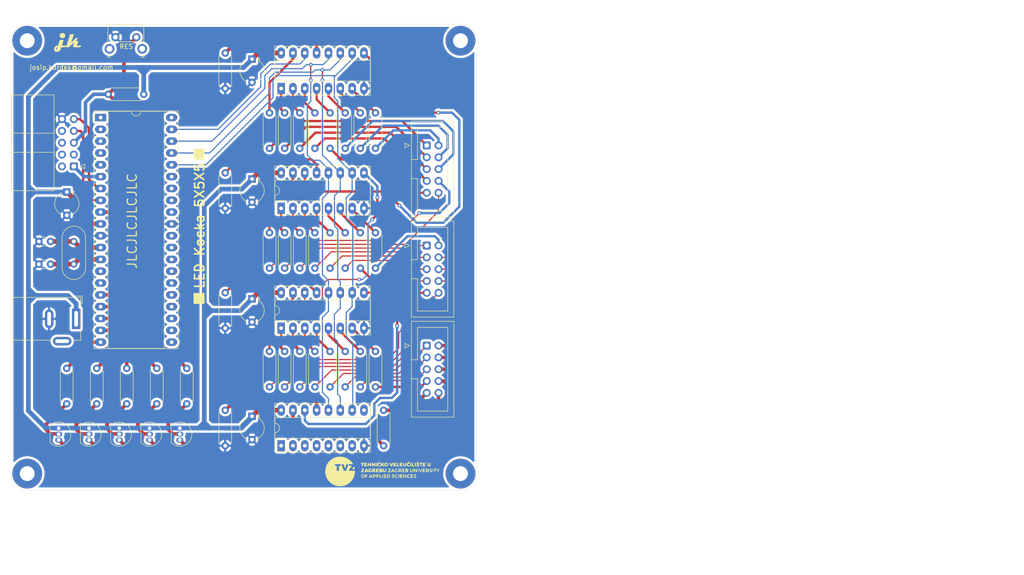
<source format=kicad_pcb>
(kicad_pcb (version 20211014) (generator pcbnew)
  (layers (0 "F.Cu" signal) (31 "B.Cu" signal) (34 "B.Paste" user) (35 "F.Paste" user) (36 "B.SilkS" user "B.Silkscreen") (37 "F.SilkS" user "F.Silkscreen") (38 "B.Mask" user) (39 "F.Mask" user) (44 "Edge.Cuts" user))
  (net 0 "")
  (net 1 "GND")
  (net 2 "Net-(C1-Pad1)")
  (net 3 "Net-(C2-Pad1)")
  (net 4 "+5V")
  (net 5 "MOSI")
  (net 6 "Net-(J2-Pad3)")
  (net 7 "RESET")
  (net 8 "SCK")
  (net 9 "MISO")
  (net 10 "Net-(J2-Pad2)")
  (net 11 "Net-(J2-Pad4)")
  (net 12 "Net-(J2-Pad6)")
  (net 13 "Net-(J2-Pad8)")
  (net 14 "Net-(J3-Pad1)")
  (net 15 "Net-(J4-Pad1)")
  (net 16 "Net-(J5-Pad1)")
  (net 17 "Net-(Q1-Pad2)")
  (net 18 "Net-(Q2-Pad2)")
  (net 19 "Net-(Q3-Pad2)")
  (net 20 "Net-(Q4-Pad2)")
  (net 21 "Net-(Q5-Pad2)")
  (net 22 "Net-(R4-Pad1)")
  (net 23 "LAYER1")
  (net 24 "LAYER2")
  (net 25 "LAYER3")
  (net 26 "LAYER4")
  (net 27 "LAYER5")
  (net 28 "QA1")
  (net 29 "QB1")
  (net 30 "QC1")
  (net 31 "QD1")
  (net 32 "QE1")
  (net 33 "QF1")
  (net 34 "QG1")
  (net 35 "QH1")
  (net 36 "Net-(R24-Pad1)")
  (net 37 "QA2")
  (net 38 "QB2")
  (net 39 "QC2")
  (net 40 "QD2")
  (net 41 "QE2")
  (net 42 "QF2")
  (net 43 "QG2")
  (net 44 "QH2")
  (net 45 "Net-(R34-Pad1)")
  (net 46 "QA3")
  (net 47 "QB3")
  (net 48 "QC3")
  (net 49 "QD3")
  (net 50 "QE3")
  (net 51 "QF3")
  (net 52 "QG3")
  (net 53 "QH3")
  (net 54 "QA4")
  (net 55 "Net-(R45-Pad1)")
  (net 56 "Net-(U1-Pad1)")
  (net 57 "Net-(U1-Pad2)")
  (net 58 "Net-(U1-Pad22)")
  (net 59 "Net-(U1-Pad3)")
  (net 60 "Net-(U1-Pad23)")
  (net 61 "Net-(U1-Pad4)")
  (net 62 "Net-(U1-Pad24)")
  (net 63 "Net-(U1-Pad5)")
  (net 64 "Net-(U1-Pad25)")
  (net 65 "Net-(U1-Pad26)")
  (net 66 "Net-(U1-Pad27)")
  (net 67 "Net-(U1-Pad28)")
  (net 68 "Net-(U1-Pad29)")
  (net 69 "Net-(U1-Pad30)")
  (net 70 "Net-(U1-Pad32)")
  (net 71 "Net-(U1-Pad33)")
  (net 72 "DATA")
  (net 73 "Net-(U1-Pad34)")
  (net 74 "CLOCK")
  (net 75 "Net-(U1-Pad35)")
  (net 76 "LATCH")
  (net 77 "Net-(U2-Pad9)")
  (net 78 "Net-(U3-Pad9)")
  (net 79 "Net-(U4-Pad9)")
  (net 80 "Net-(U5-Pad1)")
  (net 81 "Net-(U5-Pad9)")
  (net 82 "Net-(U5-Pad2)")
  (net 83 "Net-(U5-Pad3)")
  (net 84 "Net-(U5-Pad4)")
  (net 85 "Net-(U5-Pad5)")
  (net 86 "Net-(U5-Pad6)")
  (net 87 "Net-(U5-Pad7)")
  (net 88 "Net-(U1-Pad21)")
  (net 89 "CLEAR")
  (net 90 "Net-(U1-Pad40)")
  (net 91 "Net-(U1-Pad14)")
  (net 92 "Net-(U1-Pad15)")
  (net 93 "Net-(J3-Pad3)")
  (net 94 "Net-(J3-Pad5)")
  (net 95 "Net-(J3-Pad7)")
  (net 96 "Net-(J3-Pad9)")
  (net 97 "Net-(J3-Pad2)")
  (net 98 "Net-(J3-Pad4)")
  (net 99 "Net-(J3-Pad6)")
  (net 100 "Net-(J3-Pad8)")
  (net 101 "Net-(J3-Pad10)")
  (net 102 "Net-(J4-Pad10)")
  (net 103 "Net-(J4-Pad8)")
  (net 104 "Net-(J4-Pad6)")
  (net 105 "Net-(J4-Pad4)")
  (net 106 "Net-(J4-Pad2)")
  (net 107 "Net-(J4-Pad9)")
  (net 108 "Net-(J4-Pad7)")
  (net 109 "Net-(J4-Pad5)")
  (net 110 "Net-(J4-Pad3)")
  (net 111 "Net-(J5-Pad3)")
  (net 112 "Net-(J5-Pad5)")
  (net 113 "Net-(J5-Pad7)")
  (net 114 "Net-(J5-Pad9)")
  (net 115 "L1")
  (net 116 "L2")
  (net 117 "L3")
  (net 118 "L4")
  (net 119 "L5")
  (footprint "Capacitor_THT:C_Disc_D3.0mm_W1.6mm_P2.50mm" (layer "F.Cu") (at 110.5 105.5 180)
    (fp_text reference "C1" hide)
    (fp_text value "22p")
  )
  (footprint "Capacitor_THT:CP_Radial_Tantal_D5.0mm_P5.00mm" (layer "F.Cu") (at 114 90 -90)
    (fp_text reference "C3" hide)
    (fp_text value "100n")
  )
  (footprint "MountingHole:MountingHole_3.2mm_M3_Pad" (layer "F.Cu") (at 105.5 57.5)
    (fp_text reference "H1" hide)
    (fp_text value "MountingHole" hide)
  )
  (footprint "MountingHole:MountingHole_3.2mm_M3_Pad" (layer "F.Cu") (at 105.5 150.5)
    (fp_text reference "H4" hide)
    (fp_text value "MountingHole")
  )
  (footprint "Connector_BarrelJack:BarrelJack_Wuerth_6941xx301002" (layer "F.Cu") (at 116 117.25 -90)
    (fp_text reference "J1" hide)
    (fp_text value "Barrel_Jack_MountingPin")
  )
  (footprint "Resistor_THT:R_Axial_DIN0207_L6.3mm_D2.5mm_P7.62mm_Horizontal" (layer "F.Cu") (at 130.5 69 180)
    (fp_text reference "R1" hide)
    (fp_text value "10k")
  )
  (footprint "Crystal:Crystal_HC49-4H_Vertical" (layer "F.Cu") (at 115.5 105.5 90)
    (fp_text reference "Y1" hide)
    (fp_text value "16MHz")
  )
  (footprint "Package_DIP:DIP-40_W15.24mm_Socket_LongPads" (layer "F.Cu") (at 121.25 74)
    (fp_text reference "U1" hide)
    (fp_text value "ATmega16-16PU")
  )
  (footprint "Resistor_THT:R_Axial_DIN0207_L6.3mm_D2.5mm_P7.62mm_Horizontal" (layer "F.Cu") (at 126.86111 135.5 90)
    (fp_text reference "R7" hide)
    (fp_text value "120")
  )
  (footprint "Resistor_THT:R_Axial_DIN0207_L6.3mm_D2.5mm_P7.62mm_Horizontal" (layer "F.Cu") (at 113.972222 135.5 90)
    (fp_text reference "R5" hide)
    (fp_text value "120")
  )
  (footprint "Resistor_THT:R_Axial_DIN0207_L6.3mm_D2.5mm_P7.62mm_Horizontal" (layer "F.Cu") (at 139.75 135.5 90)
    (fp_text reference "R9" hide)
    (fp_text value "120")
  )
  (footprint "Resistor_THT:R_Axial_DIN0207_L6.3mm_D2.5mm_P7.62mm_Horizontal" (layer "F.Cu") (at 133.305554 135.5 90)
    (fp_text reference "R8" hide)
    (fp_text value "120")
  )
  (footprint "Resistor_THT:R_Axial_DIN0207_L6.3mm_D2.5mm_P7.62mm_Horizontal" (layer "F.Cu") (at 120.416666 135.5 90)
    (fp_text reference "R6" hide)
    (fp_text value "120")
  )
  (footprint "Connector_IDC:IDC-Header_2x05_P2.54mm_Horizontal" (layer "F.Cu") (at 115.5 84.5 180)
    (fp_text reference "J2" hide)
    (fp_text value "USBASP")
  )
  (footprint "Capacitor_THT:C_Disc_D3.0mm_W1.6mm_P2.50mm" (layer "F.Cu") (at 110.5 100.62 180)
    (fp_text reference "C2" hide)
    (fp_text value "22p")
  )
  (footprint "Button_Switch_THT:SW_Tactile_SPST_Angled_PTS645Vx39-2LFS" (layer "F.Cu") (at 124.415 56.75)
    (fp_text reference "SW1" hide)
    (fp_text value "RESET")
  )
  (footprint "Resistor_THT:R_Axial_DIN0207_L6.3mm_D2.5mm_P7.62mm_Horizontal" (layer "F.Cu") (at 148 60.14 -90)
    (fp_text reference "R4" hide)
    (fp_text value "10k")
  )
  (footprint "Resistor_THT:R_Axial_DIN0207_L6.3mm_D2.5mm_P7.62mm_Horizontal" (layer "F.Cu") (at 157.5 73 -90)
    (fp_text reference "R16" hide)
    (fp_text value "680")
  )
  (footprint "MountingHole:MountingHole_3.2mm_M3_Pad" (layer "F.Cu") (at 198.5 150.5)
    (fp_text reference "H3" hide)
    (fp_text value "MountingHole")
  )
  (footprint "MountingHole:MountingHole_3.2mm_M3_Pad" (layer "F.Cu") (at 198.5 57.5)
    (fp_text reference "H2" hide)
    (fp_text value "MountingHole")
  )
  (footprint "Capacitor_THT:CP_Radial_Tantal_D5.0mm_P5.00mm" (layer "F.Cu") (at 153.75 138.2 -90)
    (fp_text reference "C7" hide)
    (fp_text value "100n")
  )
  (footprint "Capacitor_THT:CP_Radial_Tantal_D5.0mm_P5.00mm" (layer "F.Cu") (at 153.75 112.95 -90)
    (fp_text reference "C6" hide)
    (fp_text value "100n")
  )
  (footprint "Capacitor_THT:CP_Radial_Tantal_D5.0mm_P5.00mm" (layer "F.Cu") (at 153.75 87.2 -90)
    (fp_text reference "C5" hide)
    (fp_text value "100n")
  )
  (footprint "Capacitor_THT:CP_Radial_Tantal_D5.0mm_P5.00mm" (layer "F.Cu") (at 153.75 61.45 -90)
    (fp_text reference "C4" hide)
    (fp_text value "100n")
  )
  (footprint "Connector_IDC:IDC-Header_2x05_P2.54mm_Vertical" (layer "F.Cu") (at 191.25 101.5)
    (fp_text reference "J4" hide)
    (fp_text value "CON2")
  )
  (footprint "Package_DIP:DIP-16_W7.62mm_Socket_LongPads" (layer "F.Cu") (at 160 144.5 90)
    (fp_text reference "U5" hide)
    (fp_text value "74HC595")
  )
  (footprint "Package_DIP:DIP-16_W7.62mm_Socket_LongPads" (layer "F.Cu") (at 160 93.5 90)
    (fp_text reference "U3" hide)
    (fp_text value "74HC595")
  )
  (footprint "Package_DIP:DIP-16_W7.62mm_Socket_LongPads" (layer "F.Cu") (at 160 67.75 90)
    (fp_text reference "U2" hide)
    (fp_text value "74HC595")
  )
  (footprint "Resistor_THT:R_Axial_DIN0207_L6.3mm_D2.5mm_P7.62mm_Horizontal" (layer "F.Cu") (at 148 136.89 -90)
    (fp_text reference "R45" hide)
    (fp_text value "10k")
  )
  (footprint "Resistor_THT:R_Axial_DIN0207_L6.3mm_D2.5mm_P7.62mm_Horizontal" (layer "F.Cu") (at 170.5 124.25 -90)
    (fp_text reference "R39" hide)
    (fp_text value "680")
  )
  (footprint "Resistor_THT:R_Axial_DIN0207_L6.3mm_D2.5mm_P7.62mm_Horizontal" (layer "F.Cu") (at 167.25 124.25 -90)
    (fp_text reference "R38" hide)
    (fp_text value "680")
  )
  (footprint "Resistor_THT:R_Axial_DIN0207_L6.3mm_D2.5mm_P7.62mm_Horizontal" (layer "F.Cu") (at 164 124.25 -90)
    (fp_text reference "R37" hide)
    (fp_text value "680")
  )
  (footprint "Resistor_THT:R_Axial_DIN0207_L6.3mm_D2.5mm_P7.62mm_Horizontal" (layer "F.Cu") (at 160.75 73 -90)
    (fp_text reference "R17" hide)
    (fp_text value "680")
  )
  (footprint "Resistor_THT:R_Axial_DIN0207_L6.3mm_D2.5mm_P7.62mm_Horizontal" (layer "F.Cu") (at 180.25 98.75 -90)
    (fp_text reference "R32" hide)
    (fp_text value "680")
  )
  (footprint "Resistor_THT:R_Axial_DIN0207_L6.3mm_D2.5mm_P7.62mm_Horizontal" (layer "F.Cu") (at 170.5 98.75 -90)
    (fp_text reference "R29" hide)
    (fp_text value "680")
  )
  (footprint "Resistor_THT:R_Axial_DIN0207_L6.3mm_D2.5mm_P7.62mm_Horizontal" (layer "F.Cu") (at 157.5 98.75 -90)
    (fp_text reference "R25" hide)
    (fp_text value "680")
  )
  (footprint "Resistor_THT:R_Axial_DIN0207_L6.3mm_D2.5mm_P7.62mm_Horizontal" (layer "F.Cu") (at 164 73 -90)
    (fp_text reference "R18" hide)
    (fp_text value "680")
  )
  (footprint "Resistor_THT:R_Axial_DIN0207_L6.3mm_D2.5mm_P7.62mm_Horizontal" (layer "F.Cu") (at 167.25 98.75 -90)
    (fp_text reference "R28" hide)
    (fp_text value "680")
  )
  (footprint "Resistor_THT:R_Axial_DIN0207_L6.3mm_D2.5mm_P7.62mm_Horizontal" (layer "F.Cu") (at 148 85.89 -90)
    (fp_text reference "R24" hide)
    (fp_text value "10k")
  )
  (footprint "Resistor_THT:R_Axial_DIN0207_L6.3mm_D2.5mm_P7.62mm_Horizontal" (layer "F.Cu") (at 164 98.75 -90)
    (fp_text reference "R27" hide)
    (fp_text value "680")
  )
  (footprint "Resistor_THT:R_Axial_DIN0207_L6.3mm_D2.5mm_P7.62mm_Horizontal" (layer "F.Cu") (at 173.75 124.25 -90)
    (fp_text reference "R40" hide)
    (fp_text value "680")
  )
  (footprint "Resistor_THT:R_Axial_DIN0207_L6.3mm_D2.5mm_P7.62mm_Horizontal" (layer "F.Cu") (at 160.75 124.25 -90)
    (fp_text reference "R36" hide)
    (fp_text value "680")
  )
  (footprint "Resistor_THT:R_Axial_DIN0207_L6.3mm_D2.5mm_P7.62mm_Horizontal" (layer "F.Cu") (at 173.75 98.75 -90)
    (fp_text reference "R30" hide)
    (fp_text value "680")
  )
  (footprint "Resistor_THT:R_Axial_DIN0207_L6.3mm_D2.5mm_P7.62mm_Horizontal" (layer "F.Cu") (at 170.5 73 -90)
    (fp_text reference "R20" hide)
    (fp_text value "680")
  )
  (footprint "Resistor_THT:R_Axial_DIN0207_L6.3mm_D2.5mm_P7.62mm_Horizontal" (layer "F.Cu") (at 160.75 98.75 -90)
    (fp_text reference "R26" hide)
    (fp_text value "680")
  )
  (footprint "Connector_IDC:IDC-Header_2x05_P2.54mm_Vertical" (layer "F.Cu") (at 191.25 123)
    (fp_text reference "J5" hide)
    (fp_text value "CON3")
  )
  (footprint "Resistor_THT:R_Axial_DIN0207_L6.3mm_D2.5mm_P7.62mm_Horizontal" (layer "F.Cu") (at 173.75 73 -90)
    (fp_text reference "R21" hide)
    (fp_text value "680")
  )
  (footprint "Resistor_THT:R_Axial_DIN0207_L6.3mm_D2.5mm_P7.62mm_Horizontal" (layer "F.Cu") (at 177 98.75 -90)
    (fp_text reference "R31" hide)
    (fp_text value "680")
  )
  (footprint "Connector_IDC:IDC-Header_2x05_P2.54mm_Vertical" (layer "F.Cu") (at 191.25 80)
    (fp_text reference "J3" hide)
    (fp_text value "CON1")
  )
  (footprint "Resistor_THT:R_Axial_DIN0207_L6.3mm_D2.5mm_P7.62mm_Horizontal" (layer "F.Cu") (at 148 111.64 -90)
    (fp_text reference "R34" hide)
    (fp_text value "10k")
  )
  (footprint "Resistor_THT:R_Axial_DIN0207_L6.3mm_D2.5mm_P7.62mm_Horizontal" (layer "F.Cu") (at 182 144.51 90)
    (fp_text reference "R43" hide)
    (fp_text value "680")
  )
  (footprint "Resistor_THT:R_Axial_DIN0207_L6.3mm_D2.5mm_P7.62mm_Horizontal" (layer "F.Cu") (at 157.5 124.25 -90)
    (fp_text reference "R35" hide)
    (fp_text value "680")
  )
  (footprint "Package_DIP:DIP-16_W7.62mm_Socket_LongPads" (layer "F.Cu") (at 160 119.25 90)
    (fp_text reference "U4" hide)
    (fp_text value "74HC595")
  )
  (footprint "Resistor_THT:R_Axial_DIN0207_L6.3mm_D2.5mm_P7.62mm_Horizontal" (layer "F.Cu") (at 180.25 124.25 -90)
    (fp_text reference "R42" hide)
    (fp_text value "680")
  )
  (footprint "Resistor_THT:R_Axial_DIN0207_L6.3mm_D2.5mm_P7.62mm_Horizontal" (layer "F.Cu") (at 180.25 73 -90)
    (fp_text reference "R23" hide)
    (fp_text value "680")
  )
  (footprint "Resistor_THT:R_Axial_DIN0207_L6.3mm_D2.5mm_P7.62mm_Horizontal" (layer "F.Cu") (at 167.25 73 -90)
    (fp_text reference "R19" hide)
    (fp_text value "680")
  )
  (footprint "Resistor_THT:R_Axial_DIN0207_L6.3mm_D2.5mm_P7.62mm_Horizontal" (layer "F.Cu") (at 177 73 -90)
    (fp_text reference "R22" hide)
    (fp_text value "680")
  )
  (footprint "Resistor_THT:R_Axial_DIN0207_L6.3mm_D2.5mm_P7.62mm_Horizontal" (layer "F.Cu") (at 177 124.25 -90)
    (fp_text reference "R41" hide)
    (fp_text value "680")
  )
  (footprint "Package_TO_SOT_THT:TO-92_Inline" (layer "F.Cu") (at 112.25 140.75 -90)
    (fp_text reference "Q1" hide)
    (fp_text value "BC337")
  )
  (footprint "Package_TO_SOT_THT:TO-92_Inline" (layer "F.Cu") (at 118.75 140.75 -90)
    (fp_text reference "Q2" hide)
    (fp_text value "BC337")
  )
  (footprint "Package_TO_SOT_THT:TO-92_Inline" (layer "F.Cu") (at 125.25 140.75 -90)
    (fp_text reference "Q3" hide)
    (fp_text value "BC337")
  )
  (footprint "Package_TO_SOT_THT:TO-92_Inline" (layer "F.Cu") (at 131.75 140.75 -90)
    (fp_text reference "Q4" hide)
    (fp_text value "BC337")
  )
  (footprint "Package_TO_SOT_THT:TO-92_Inline" (layer "F.Cu") (at 138.25 140.75 -90)
    (fp_text reference "Q5" hide)
    (fp_text value "BC337")
  )
  (footprint "LED_Cube_5X5X5:logo" (layer "F.Cu") (at 114.25 57.75)
    (fp_text reference "G***" hide)
    (fp_text value "LOGO" hide)
  )
  (footprint "LED_Cube_5X5X5:tvz" (layer "F.Cu") (at 181.75 150)
    (fp_text reference "G***" hide)
    (fp_text value "LOGO" hide)
  )
  (footprint "" (layer "F.Cu") (at 128 49)
    (fp_text reference "")
    (fp_text value "")
  )
  (gr_poly (pts (xy 143.5 111.75) (xy 143.5 114) (xy 141.25 114) (xy 141.25 111.75)) (layer "F.SilkS") (width 0.1) (fill solid))
  (gr_poly (pts (xy 143.5 80.75) (xy 143.5 83) (xy 141.25 83) (xy 141.25 80.75)) (layer "F.SilkS") (width 0.1) (fill solid))
  (gr_line (start 105.5 54) (end 198.5 54) (layer "Edge.Cuts") (width 0.05))
  (gr_arc (start 202 150.5) (mid 200.974874 152.974874) (end 198.5 154) (layer "Edge.Cuts") (width 0.05))
  (gr_line (start 202 57.5) (end 202 150.5) (layer "Edge.Cuts") (width 0.05))
  (gr_arc (start 198.5 54) (mid 200.974874 55.025126) (end 202 57.5) (layer "Edge.Cuts") (width 0.05))
  (gr_line (start 198.5 154) (end 105.5 154) (layer "Edge.Cuts") (width 0.05))
  (gr_line (start 102 150.5) (end 102 57.5) (layer "Edge.Cuts") (width 0.05))
  (gr_arc (start 102 57.5) (mid 103.025126 55.025126) (end 105.5 54) (layer "Edge.Cuts") (width 0.05))
  (gr_arc (start 105.5 154) (mid 103.025126 152.974874) (end 102 150.5) (layer "Edge.Cuts") (width 0.05))
  (gr_text "RES" (at 126.75 58.75) (layer "F.SilkS") (effects (font (size 1 1))))
  (gr_text "JLCJLCJLCJLC" (at 128 96.25 90) (layer "F.SilkS") (effects (font (size 2 2) (thickness 0.24))))
  (gr_text "LED Kocka 5X5X5" (at 142.5 97.25 90) (layer "F.SilkS") (effects (font (size 2 2) (thickness 0.35))))
  (gr_text "josip.kordek@gmail.com\n" (at 115 63.25) (layer "F.SilkS") (effects (font (size 1 1))))
  (segment (start 116.52 104.48) (end 115.5 105.5) (width 1.016) (layer "F.Cu") (net 2))
  (segment (start 121.25 104.48) (end 116.52 104.48) (width 1.016) (layer "F.Cu") (net 2))
  (segment (start 115.5 105.5) (end 110.5 105.5) (width 1.016) (layer "F.Cu") (net 2))
  (segment (start 116.82 101.94) (end 115.5 100.62) (width 1.016) (layer "F.Cu") (net 3))
  (segment (start 115.5 100.62) (end 110.5 100.62) (width 1.016) (layer "F.Cu") (net 3))
  (segment (start 121.25 101.94) (end 116.82 101.94) (width 1.016) (layer "F.Cu") (net 3))
  (segment (start 110.62 100.62) (end 110.5 100.5) (width 0.25) (layer "F.Cu") (net 3))
  (segment (start 160 60.13) (end 155.07 60.13) (width 1.016) (layer "F.Cu") (net 4))
  (segment (start 160 136.88) (end 155.07 136.88) (width 1.016) (layer "F.Cu") (net 4))
  (segment (start 155.07 136.88) (end 153.75 138.2) (width 1.016) (layer "F.Cu") (net 4))
  (segment (start 155.07 111.63) (end 153.75 112.95) (width 1.016) (layer "F.Cu") (net 4))
  (segment (start 155.07 60.13) (end 153.75 61.45) (width 1.016) (layer "F.Cu") (net 4))
  (segment (start 155.07 85.88) (end 153.75 87.2) (width 1.016) (layer "F.Cu") (net 4))
  (segment (start 160 85.88) (end 155.07 85.88) (width 1.016) (layer "F.Cu") (net 4))
  (segment (start 160 111.63) (end 155.07 111.63) (width 1.016) (layer "F.Cu") (net 4))
  (segment (start 114 90) (end 117 93) (width 1.016) (layer "F.Cu") (net 4))
  (segment (start 118.86 96.86) (end 117 95) (width 1.016) (layer "F.Cu") (net 4))
  (segment (start 121.25 96.86) (end 118.86 96.86) (width 1.016) (layer "F.Cu") (net 4))
  (segment (start 117 95) (end 117 93) (width 1.016) (layer "F.Cu") (net 4))
  (segment (start 136.75 140.71) (end 116.75 140.71) (width 0.25) (layer "B.Cu") (net 4))
  (segment (start 148.04 140.71) (end 136.75 140.71) (width 0.25) (layer "B.Cu") (net 4))
  (segment (start 147.96 140.71) (end 151.54 140.71) (width 1.016) (layer "B.Cu") (net 4))
  (segment (start 151.24 140.71) (end 153.75 138.2) (width 1.016) (layer "B.Cu") (net 4))
  (segment (start 147.96 140.71) (end 151.24 140.71) (width 1.016) (layer "B.Cu") (net 4))
  (segment (start 153.75 138.5) (end 151.5 140.75) (width 0.25) (layer "B.Cu") (net 4))
  (segment (start 151.5 140.75) (end 151.46 140.71) (width 0.25) (layer "B.Cu") (net 4))
  (segment (start 151.54 140.71) (end 153.75 138.5) (width 1.016) (layer "B.Cu") (net 4))
  (segment (start 108.25 112.25) (end 114.25 112.25) (width 1.016) (layer "B.Cu") (net 4))
  (segment (start 146.5 63.25) (end 131.75 63.25) (width 1.016) (layer "B.Cu") (net 4))
  (segment (start 105.75 112.25) (end 105.75 113.75) (width 1.016) (layer "B.Cu") (net 4))
  (segment (start 112.25 140.71) (end 118.75 140.71) (width 0.762) (layer "B.Cu") (net 4))
  (segment (start 151.95 63.25) (end 146.5 63.25) (width 1.016) (layer "B.Cu") (net 4))
  (segment (start 151.46 140.71) (end 143.54 140.71) (width 0.25) (layer "B.Cu") (net 4))
  (segment (start 107.5 112.25) (end 107.25 112.25) (width 1.016) (layer "B.Cu") (net 4))
  (segment (start 143.5 140.67) (end 143.54 140.71) (width 0.25) (layer "B.Cu") (net 4))
  (segment (start 105.75 113.75) (end 105.75 137) (width 1.016) (layer "B.Cu") (net 4))
  (segment (start 144.99 115.49) (end 144.99 115.51) (width 1.016) (layer "B.Cu") (net 4))
  (segment (start 114.25 112.25) (end 116 114) (width 1.016) (layer "B.Cu") (net 4))
  (segment (start 106 90) (end 105.75 89.75) (width 1.016) (layer "B.Cu") (net 4))
  (segment (start 105.75 91.25) (end 105.75 110.75) (width 1.016) (layer "B.Cu") (net 4))
  (segment (start 105.75 89.75) (end 105.75 91.25) (width 1.016) (layer "B.Cu") (net 4))
  (segment (start 107.5 112.25) (end 105.75 112.25) (width 1.016) (layer "B.Cu") (net 4))
  (segment (start 130.5 64.5) (end 131.75 63.25) (width 1.016) (layer "B.Cu") (net 4))
  (segment (start 138.25 140.71) (end 112.25 140.71) (width 1.016) (layer "B.Cu") (net 4))
  (segment (start 107 90) (end 105.75 88.75) (width 1.016) (layer "B.Cu") (net 4))
  (segment (start 130.5 69) (end 130.5 64.5) (width 1.016) (layer "B.Cu") (net 4))
  (segment (start 151.575 89.375) (end 153.75 87.2) (width 1.016) (layer "B.Cu") (net 4))
  (segment (start 105.75 137) (end 109.46 140.71) (width 1.016) (layer "B.Cu") (net 4))
  (segment (start 114 90) (end 108 90) (width 1.016) (layer "B.Cu") (net 4))
  (segment (start 144.99 115.49) (end 143.5 114) (width 1.016) (layer "B.Cu") (net 4))
  (segment (start 143.5 140.67) (end 143.5 139.5) (width 1.016) (layer "B.Cu") (net 4))
  (segment (start 107.25 112.25) (end 105.75 113.75) (width 1.016) (layer "B.Cu") (net 4))
  (segment (start 143.5 139.5) (end 143.5 115.49) (width 1.016) (layer "B.Cu") (net 4))
  (segment (start 146.25 63.25) (end 146.5 63.25) (width 0.25) (layer "B.Cu") (net 4))
  (segment (start 144.99 115.49) (end 151.21 115.49) (width 1.016) (layer "B.Cu") (net 4))
  (segment (start 109.46 140.71) (end 112.25 140.71) (width 1.016) (layer "B.Cu") (net 4))
  (segment (start 143.5 94.25) (end 143.5 93) (width 1.016) (layer "B.Cu") (net 4))
  (segment (start 118.75 140.71) (end 138.25 140.71) (width 0.762) (layer "B.Cu") (net 4))
  (segment (start 143.5 117) (end 143.5 140.67) (width 0.25) (layer "B.Cu") (net 4))
  (segment (start 143.5 114) (end 143.5 95.778158) (width 1.016) (layer "B.Cu") (net 4))
  (segment (start 147.125 89.375) (end 151.575 89.375) (width 1.016) (layer "B.Cu") (net 4))
  (segment (start 129.25 63.25) (end 112 63.25) (width 1.016) (layer "B.Cu") (net 4))
  (segment (start 130.5 63.25) (end 146.25 63.25) (width 0.25) (layer "B.Cu") (net 4))
  (segment (start 143.5 94.25) (end 143.5 117) (width 0.25) (layer "B.Cu") (net 4))
  (segment (start 151.21 115.49) (end 153.75 112.95) (width 1.016) (layer "B.Cu") (net 4))
  (segment (start 105.75 88.75) (end 105.75 69.5) (width 1.016) (layer "B.Cu") (net 4))
  (segment (start 131.75 63.25) (end 129.25 63.25) (width 1.016) (layer "B.Cu") (net 4))
  (segment (start 112 63.25) (end 107.5 67.75) (width 0.25) (layer "B.Cu") (net 4))
  (segment (start 143.5 139.5) (end 142.29 140.71) (width 1.016) (layer "B.Cu") (net 4))
  (segment (start 143.5 139.5) (end 144.71 140.71) (width 1.016) (layer "B.Cu") (net 4))
  (segment (start 107.5 112.25) (end 108.25 112.25) (width 1.016) (layer "B.Cu") (net 4))
  (segment (start 105.75 89.75) (end 105.75 88.75) (width 1.016) (layer "B.Cu") (net 4))
  (segment (start 144.71 140.71) (end 147.96 140.71) (width 1.016) (layer "B.Cu") (net 4))
  (segment (start 108 90) (end 107 90) (width 1.016) (layer "B.Cu") (net 4))
  (segment (start 114 90) (end 109 90) (width 0.25) (layer "B.Cu") (net 4))
  (segment (start 107 90) (end 105.75 91.25) (width 1.016) (layer "B.Cu") (net 4))
  (segment (start 153.75 61.45) (end 151.95 63.25) (width 1.016) (layer "B.Cu") (net 4))
  (segment (start 143.5 115.49) (end 144.99 115.49) (width 1.016) (layer "B.Cu") (net 4))
  (segment (start 107.25 112.25) (end 105.75 110.75) (width 1.016) (layer "B.Cu") (net 4))
  (segment (start 130.5 64.5) (end 130.5 63.25) (width 1.016) (layer "B.Cu") (net 4))
  (segment (start 130.5 64.5) (end 129.25 63.25) (width 1.016) (layer "B.Cu") (net 4))
  (segment (start 144.99 115.51) (end 143.5 117) (width 1.016) (layer "B.Cu") (net 4))
  (segment (start 116 117.25) (end 116 114) (width 1.016) (layer "B.Cu") (net 4))
  (segment (start 108.25 112.25) (end 107.25 112.25) (width 1.016) (layer "B.Cu") (net 4))
  (segment (start 143.5 115.49) (end 143.5 114) (width 1.016) (layer "B.Cu") (net 4))
  (segment (start 105.75 69.5) (end 112 63.25) (width 1.016) (layer "B.Cu") (net 4))
  (segment (start 143.5 116) (end 143.5 117) (width 0.25) (layer "B.Cu") (net 4))
  (segment (start 143.5 93) (end 147.125 89.375) (width 1.016) (layer "B.Cu") (net 4))
  (segment (start 142.29 140.71) (end 144.71 140.71) (width 1.016) (layer "B.Cu") (net 4))
  (segment (start 143.5 95.778158) (end 143.5 94.25) (width 1.016) (layer "B.Cu") (net 4))
  (segment (start 130.5 63.25) (end 112 63.25) (width 0.25) (layer "B.Cu") (net 4))
  (segment (start 138.25 140.71) (end 142.29 140.71) (width 1.016) (layer "B.Cu") (net 4))
  (segment (start 105.75 110.75) (end 105.75 112.25) (width 1.016) (layer "B.Cu") (net 4))
  (segment (start 107 90) (end 106 90) (width 1.016) (layer "B.Cu") (net 4))
  (segment (start 117.7 86.7) (end 115.5 84.5) (width 0.762) (layer "B.Cu") (net 5))
  (segment (start 121.25 86.7) (end 117.7 86.7) (width 0.762) (layer "B.Cu") (net 5))
  (segment (start 121.25 94.32) (end 123.43 94.32) (width 0.762) (layer "F.Cu") (net 7))
  (segment (start 125.875 91.875) (end 125.875 71.995) (width 0.762) (layer "F.Cu") (net 7))
  (segment (start 128.915 56.75) (end 126.25 59.415) (width 0.762) (layer "F.Cu") (net 7))
  (segment (start 126 91.75) (end 126 72.75) (width 0.25) (layer "F.Cu") (net 7))
  (segment (start 126.25 59.415) (end 126.25 65.63) (width 0.762) (layer "F.Cu") (net 7))
  (segment (start 126 72.75) (end 125.75 72.75) (width 0.25) (layer "F.Cu") (net 7))
  (segment (start 125.875 71.995) (end 122.88 69) (width 0.762) (layer "F.Cu") (net 7))
  (segment (start 123.43 94.32) (end 125.875 91.875) (width 0.762) (layer "F.Cu") (net 7))
  (segment (start 125.875 91.875) (end 126 91.75) (width 0.25) (layer "F.Cu") (net 7))
  (segment (start 126.25 65.63) (end 122.88 69) (width 0.762) (layer "F.Cu") (net 7))
  (segment (start 115.5 79.42) (end 118 76.92) (width 0.762) (layer "B.Cu") (net 7))
  (segment (start 118 70.75) (end 119.75 69) (width 0.762) (layer "B.Cu") (net 7))
  (segment (start 118 76.92) (end 118 70.75) (width 0.762) (layer "B.Cu") (net 7))
  (segment (start 122.88 69) (end 119.75 69) (width 0.762) (layer "B.Cu") (net 7))
  (segment (start 115.5 76.88) (end 116.88 76.88) (width 0.508) (layer "F.Cu") (net 8))
  (segment (start 117.5 89.75) (end 119.53 91.78) (width 0.508) (layer "F.Cu") (net 8))
  (segment (start 119.53 91.78) (end 121.25 91.78) (width 0.508) (layer "F.Cu") (net 8))
  (segment (start 117.5 77.5) (end 117.5 89.75) (width 0.508) (layer "F.Cu") (net 8))
  (segment (start 116.88 76.88) (end 117.5 77.5) (width 0.508) (layer "F.Cu") (net 8))
  (segment (start 118.75 87.25) (end 118.75 76.25) (width 0.508) (layer "F.Cu") (net 9))
  (segment (start 116.84 74.34) (end 116.59 74.34) (width 0.508) (layer "F.Cu") (net 9))
  (segment (start 121.25 89.24) (end 120.74 89.24) (width 0.508) (layer "F.Cu") (net 9))
  (segment (start 118.75 76.25) (end 116.84 74.34) (width 0.508) (layer "F.Cu") (net 9))
  (segment (start 115.5 74.34) (end 116.59 74.34) (width 0.508) (layer "F.Cu") (net 9))
  (segment (start 120.74 89.24) (end 118.75 87.25) (width 0.508) (layer "F.Cu") (net 9))
  (segment (start 163.37 74.75) (end 186 74.75) (width 0.508) (layer "F.Cu") (net 14))
  (segment (start 157.5 80.62) (end 163.37 74.75) (width 0.508) (layer "F.Cu") (net 14))
  (segment (start 186 74.75) (end 191.25 80) (width 0.508) (layer "F.Cu") (net 14))
  (segment (start 187.85 102.05) (end 188.4 101.5) (width 0.25) (layer "F.Cu") (net 15))
  (segment (start 164 106.37) (end 168.32 102.05) (width 0.25) (layer "F.Cu") (net 15))
  (segment (start 191.25 101.5) (end 188.4 101.5) (width 0.25) (layer "F.Cu") (net 15))
  (segment (start 168.32 102.05) (end 187.85 102.05) (width 0.25) (layer "F.Cu") (net 15))
  (segment (start 173.37 129) (end 185.25 129) (width 0.25) (layer "F.Cu") (net 16))
  (segment (start 170.5 131.87) (end 173.37 129) (width 0.25) (layer "F.Cu") (net 16))
  (segment (start 191.25 123) (end 186.125 128.125) (width 0.25) (layer "F.Cu") (net 16))
  (segment (start 185.25 129) (end 186.125 128.125) (width 0.25) (layer "F.Cu") (net 16))
  (segment (start 113.972222 135.5) (end 109.5 139.972222) (width 0.762) (layer "F.Cu") (net 17))
  (segment (start 110.48 141.98) (end 112.25 141.98) (width 0.762) (layer "F.Cu") (net 17))
  (segment (start 109.5 141) (end 110.48 141.98) (width 0.762) (layer "F.Cu") (net 17))
  (segment (start 109.5 139.972222) (end 109.5 141) (width 0.762) (layer "F.Cu") (net 17))
  (segment (start 116 141) (end 116.98 141.98) (width 0.762) (layer "F.Cu") (net 18))
  (segment (start 116 139.916666) (end 116 141) (width 0.762) (layer "F.Cu") (net 18))
  (segment (start 120.416666 135.5) (end 116 139.916666) (width 0.762) (layer "F.Cu") (net 18))
  (segment (start 116.98 141.98) (end 118.75 141.98) (width 0.762) (layer "F.Cu") (net 18))
  (segment (start 122.625 140.875) (end 123.73 141.98) (width 0.762) (layer "F.Cu") (net 19))
  (segment (start 122.625 139.73611) (end 122.625 140.875) (width 0.762) (layer "F.Cu") (net 19))
  (segment (start 126.86111 135.5) (end 122.625 139.73611) (width 0.762) (layer "F.Cu") (net 19))
  (segment (start 123.73 141.98) (end 125.25 141.98) (width 0.762) (layer "F.Cu") (net 19))
  (segment (start 133.305554 135.5) (end 129.25 139.555554) (width 0.762) (layer "F.Cu") (net 20))
  (segment (start 129.25 140.75) (end 130.48 141.98) (width 0.762) (layer "F.Cu") (net 20))
  (segment (start 130.48 141.98) (end 131.75 141.98) (width 0.762) (layer "F.Cu") (net 20))
  (segment (start 129.25 139.555554) (end 129.25 140.75) (width 0.762) (layer "F.Cu") (net 20))
  (segment (start 139.75 135.5) (end 135.75 139.5) (width 0.762) (layer "F.Cu") (net 21))
  (segment (start 136.73 141.98) (end 138.25 141.98) (width 0.762) (layer "F.Cu") (net 21))
  (segment (start 135.75 141) (end 136.73 141.98) (width 0.762) (layer "F.Cu") (net 21))
  (segment (start 135.75 139.5) (end 135.75 141) (width 0.762) (layer "F.Cu") (net 21))
  (segment (start 148.25 60.25) (end 152 56.5) (width 0.25) (layer "F.Cu") (net 22))
  (segment (start 151.64 56.5) (end 152.75 56.5) (width 0.762) (layer "F.Cu") (net 22))
  (segment (start 152 56.5) (end 152.75 56.5) (width 0.25) (layer "F.Cu") (net 22))
  (segment (start 148 60.14) (end 151.64 56.5) (width 0.762) (layer "F.Cu") (net 22))
  (segment (start 167.62 58.12) (end 167.62 60.13) (width 0.762) (layer "F.Cu") (net 22))
  (segment (start 166 56.5) (end 167.62 58.12) (width 0.762) (layer "F.Cu") (net 22))
  (segment (start 152.75 56.5) (end 166 56.5) (width 0.762) (layer "F.Cu") (net 22))
  (segment (start 119.592222 122.26) (end 113.972222 127.88) (width 0.762) (layer "F.Cu") (net 23))
  (segment (start 121.25 122.26) (end 119.592222 122.26) (width 0.762) (layer "F.Cu") (net 23))
  (segment (start 124 120.5) (end 123.22 119.72) (width 0.762) (layer "F.Cu") (net 24))
  (segment (start 120.416666 127.88) (end 124 124.296666) (width 0.762) (layer "F.Cu") (net 24))
  (segment (start 124 124.296666) (end 124 120.5) (width 0.762) (layer "F.Cu") (net 24))
  (segment (start 121.25 119.72) (end 123.22 119.72) (width 0.762) (layer "F.Cu") (net 24))
  (segment (start 121.25 117.18) (end 123.57 117.18) (width 0.762) (layer "F.Cu") (net 25))
  (segment (start 126.86111 120.47111) (end 123.57 117.18) (width 0.762) (layer "F.Cu") (net 25))
  (segment (start 126.86111 127.88) (end 126.86111 120.47111) (width 0.762) (layer "F.Cu") (net 25))
  (segment (start 129.25 123.824446) (end 129.25 119.25) (width 0.762) (layer "F.Cu") (net 26))
  (segment (start 129.25 119.25) (end 124.64 114.64) (width 0.762) (layer "F.Cu") (net 26))
  (segment (start 133.305554 127.88) (end 129.25 123.824446) (width 0.762) (layer "F.Cu") (net 26))
  (segment (start 124.64 114.64) (end 121.25 114.64) (width 0.762) (layer "F.Cu") (net 26))
  (segment (start 121.25 112.1) (end 125.85 112.1) (width 0.762) (layer "F.Cu") (net 27))
  (segment (start 134.5 125.25) (end 137.12 125.25) (width 0.762) (layer "F.Cu") (net 27))
  (segment (start 131.875 122.625) (end 134.5 125.25) (width 0.762) (layer "F.Cu") (net 27))
  (segment (start 137.12 125.25) (end 139.75 127.88) (width 0.762) (layer "F.Cu") (net 27))
  (segment (start 125.85 112.1) (end 131.875 118.125) (width 0.762) (layer "F.Cu") (net 27))
  (segment (start 131.875 118.125) (end 131.875 122.625) (width 0.762) (layer "F.Cu") (net 27))
  (segment (start 162.54 61.46) (end 162.54 60.13) (width 0.508) (layer "F.Cu") (net 28))
  (segment (start 157.5 66.5) (end 162.54 61.46) (width 0.508) (layer "F.Cu") (net 28))
  (segment (start 157.5 73) (end 157.5 66.5) (width 0.508) (layer "F.Cu") (net 28))
  (segment (start 160 67.75) (end 160 72.25) (width 0.508) (layer "F.Cu") (net 29))
  (segment (start 160 72.25) (end 160.75 73) (width 0.508) (layer "F.Cu") (net 29))
  (segment (start 162.54 67.75) (end 162.54 71.54) (width 0.508) (layer "F.Cu") (net 30))
  (segment (start 162.54 71.54) (end 164 73) (width 0.508) (layer "F.Cu") (net 30))
  (segment (start 165.08 70.83) (end 167.25 73) (width 0.508) (layer "F.Cu") (net 31))
  (segment (start 165.08 67.75) (end 165.08 70.83) (width 0.508) (layer "F.Cu") (net 31))
  (segment (start 167.62 70.12) (end 170.5 73) (width 0.508) (layer "F.Cu") (net 32))
  (segment (start 167.62 67.75) (end 167.62 70.12) (width 0.508) (layer "F.Cu") (net 32))
  (segment (start 170.16 67.75) (end 170.16 69.41) (width 0.508) (layer "F.Cu") (net 33))
  (segment (start 170.16 69.41) (end 173.75 73) (width 0.508) (layer "F.Cu") (net 33))
  (segment (start 172.7 68.7) (end 177 73) (width 0.508) (layer "F.Cu") (net 34))
  (segment (start 172.7 67.75) (end 172.7 68.7) (width 0.508) (layer "F.Cu") (net 34))
  (segment (start 175.24 67.75) (end 175.24 67.99) (width 0.508) (layer "F.Cu") (net 35))
  (segment (start 175.24 67.99) (end 180.25 73) (width 0.508) (layer "F.Cu") (net 35))
  (segment (start 148.25 85.75) (end 151 83) (width 0.25) (layer "F.Cu") (net 36))
  (segment (start 151 83) (end 166.5 83) (width 0.25) (layer "F.Cu") (net 36))
  (segment (start 167.62 85.88) (end 167.62 84.12) (width 0.508) (layer "F.Cu") (net 36))
  (segment (start 150.89 83) (end 148 85.89) (width 0.508) (layer "F.Cu") (net 36))
  (segment (start 166.5 83) (end 150.89 83) (width 0.508) (layer "F.Cu") (net 36))
  (segment (start 167.62 84.12) (end 166.5 83) (width 0.508) (layer "F.Cu") (net 36))
  (segment (start 162.54 85.88) (end 162.54 87.21) (width 0.508) (layer "F.Cu") (net 37))
  (segment (start 157.5 92.25) (end 157.5 98.75) (width 0.508) (layer "F.Cu") (net 37))
  (segment (start 162.54 87.21) (end 157.5 92.25) (width 0.508) (layer "F.Cu") (net 37))
  (segment (start 160 98) (end 160.75 98.75) (width 0.508) (layer "F.Cu") (net 38))
  (segment (start 160 93.5) (end 160 98) (width 0.508) (layer "F.Cu") (net 38))
  (segment (start 162.54 93.5) (end 162.54 97.29) (width 0.508) (layer "F.Cu") (net 39))
  (segment (start 162.54 97.29) (end 164 98.75) (width 0.508) (layer "F.Cu") (net 39))
  (segment (start 165.08 96.58) (end 167.25 98.75) (width 0.508) (layer "F.Cu") (net 40))
  (segment (start 165.08 93.5) (end 165.08 96.58) (width 0.508) (layer "F.Cu") (net 40))
  (segment (start 167.62 93.5) (end 167.62 95.87) (width 0.508) (layer "F.Cu") (net 41))
  (segment (start 167.62 95.87) (end 170.5 98.75) (width 0.508) (layer "F.Cu") (net 41))
  (segment (start 170.16 93.5) (end 170.16 95.16) (width 0.508) (layer "F.Cu") (net 42))
  (segment (start 170.16 95.16) (end 173.75 98.75) (width 0.508) (layer "F.Cu") (net 42))
  (segment (start 172.7 94.45) (end 177 98.75) (width 0.508) (layer "F.Cu") (net 43))
  (segment (start 172.7 93.5) (end 172.7 94.45) (width 0.508) (layer "F.Cu") (net 43))
  (segment (start 175.24 93.74) (end 180.25 98.75) (width 0.508) (layer "F.Cu") (net 44))
  (segment (start 175.24 93.5) (end 175.24 93.74) (width 0.508) (layer "F.Cu") (net 44))
  (segment (start 150.89 108.75) (end 160 108.75) (width 0.508) (layer "F.Cu") (net 45))
  (segment (start 148 111.64) (end 150.89 108.75) (width 0.508) (layer "F.Cu") (net 45))
  (segment (start 164.74 108.75) (end 167.62 111.63) (width 0.508) (layer "F.Cu") (net 45))
  (segment (start 160 108.75) (end 164.74 108.75) (width 0.508) (layer "F.Cu") (net 45))
  (segment (start 157.5 118) (end 157.5 124.25) (width 0.508) (layer "F.Cu") (net 46))
  (segment (start 162.54 112.96) (end 157.5 118) (width 0.508) (layer "F.Cu") (net 46))
  (segment (start 162.54 111.63) (end 162.54 112.96) (width 0.508) (layer "F.Cu") (net 46))
  (segment (start 160 123.25) (end 161 124.25) (width 0.25) (layer "F.Cu") (net 47))
  (segment (start 160 119.25) (end 160 123.25) (width 0.25) (layer "F.Cu") (net 47))
  (segment (start 160 123.5) (end 160.75 124.25) (width 0.508) (layer "F.Cu") (net 47))
  (segment (start 160 119.25) (end 160 123.5) (width 0.508) (layer "F.Cu") (net 47))
  (segment (start 162.54 122.29) (end 164.5 124.25) (width 0.25) (layer "F.Cu") (net 48))
  (segment (start 162.54 119.25) (end 162.54 122.29) (width 0.25) (layer "F.Cu") (net 48))
  (segment (start 162.54 122.79) (end 164 124.25) (width 0.508) (layer "F.Cu") (net 48))
  (segment (start 162.54 119.25) (end 162.54 122.79) (width 0.508) (layer "F.Cu") (net 48))
  (segment (start 165.08 119.25) (end 165.08 121.33) (width 0.25) (layer "F.Cu") (net 49))
  (segment (start 165.08 119.25) (end 165.08 122.08) (width 0.508) (layer "F.Cu") (net 49))
  (segment (start 165.08 122.08) (end 167.25 124.25) (width 0.508) (layer "F.Cu") (net 49))
  (segment (start 167.62 119.25) (end 167.62 120.37) (width 0.25) (layer "F.Cu") (net 50))
  (segment (start 167.62 119.25) (end 167.62 121.37) (width 0.508) (layer "F.Cu") (net 50))
  (segment (start 167.62 121.37) (end 170.5 124.25) (width 0.508) (layer "F.Cu") (net 50))
  (segment (start 170.16 119.25) (end 170.16 119.41) (width 0.25) (layer "F.Cu") (net 51))
  (segment (start 170.16 120.66) (end 173.75 124.25) (width 0.508) (layer "F.Cu") (net 51))
  (segment (start 170.16 119.25) (end 170.16 120.66) (width 0.508) (layer "F.Cu") (net 51))
  (segment (start 172.7 119.25) (end 172.7 119.95) (width 0.508) (layer "F.Cu") (net 52))
  (segment (start 172.7 119.95) (end 177 124.25) (width 0.508) (layer "F.Cu") (net 52))
  (segment (start 175.24 119.25) (end 178.24 122.25) (width 0.25) (layer "F.Cu") (net 53))
  (segment (start 175.25 119.25) (end 180.25 124.25) (width 0.508) (layer "F.Cu") (net 53))
  (segment (start 175.24 119.25) (end 175.25 119.25) (width 0.508) (layer "F.Cu") (net 53))
  (segment (start 162.54 136.88) (end 162.54 139.29) (width 0.762) (layer "F.Cu") (net 54))
  (segment (start 165 141.75) (end 179.24 141.75) (width 0.762) (layer "F.Cu") (net 54))
  (segment (start 162.54 139.29) (end 165 141.75) (width 0.762) (layer "F.Cu") (net 54))
  (segment (start 179.24 141.75) (end 182 144.51) (width 0.762) (layer "F.Cu") (net 54))
  (segment (start 148 137.25) (end 151.25 134) (width 0.25) (layer "F.Cu") (net 55))
  (segment (start 167.62 136.88) (end 167.62 134.87) (width 0.762) (layer "F.Cu") (net 55))
  (segment (start 166 134) (end 151.25 134) (width 0.762) (layer "F.Cu") (net 55))
  (segment (start 166.75 134) (end 166 134) (width 0.762) (layer "F.Cu") (net 55))
  (segment (start 167.62 134.87) (end 166.75 134) (width 0.762) (layer "F.Cu") (net 55))
  (segment (start 148 136.89) (end 150.89 134) (width 0.762) (layer "F.Cu") (net 55))
  (segment (start 150.89 134) (end 151.25 134) (width 0.762) (layer "F.Cu") (net 55))
  (segment (start 157.75 62.5) (end 155.625 64.625) (width 0.25) (layer "B.Cu") (net 72))
  (segment (start 155.625 64.625) (end 155.625 67.375) (width 0.25) (layer "B.Cu") (net 72))
  (segment (start 146.46 76.54) (end 136.49 76.54) (width 0.25) (layer "B.Cu") (net 72))
  (segment (start 165.08 61.42) (end 164 62.5) (width 0.25) (layer "B.Cu") (net 72))
  (segment (start 155.625 67.375) (end 146.46 76.54) (width 0.25) (layer "B.Cu") (net 72))
  (segment (start 164 62.5) (end 157.75 62.5) (width 0.25) (layer "B.Cu") (net 72))
  (segment (start 165.08 60.13) (end 165.08 61.42) (width 0.25) (layer "B.Cu") (net 72))
  (segment (start 168.87 65.94) (end 168.87 63.77) (width 0.25) (layer "F.Cu") (net 74))
  (via (at 168.87 65.94) (size 0.8) (drill 0.4) (layers "F.Cu" "B.Cu") (net 74))
  (via (at 168.87 63.77) (size 0.8) (drill 0.4) (layers "F.Cu" "B.Cu") (net 74))
  (segment (start 172.7 89.55) (end 171.45 90.8) (width 0.25) (layer "B.Cu") (net 74))
  (segment (start 172.7 60.13) (end 172.7 60.15) (width 0.25) (layer "B.Cu") (net 74))
  (segment (start 172.7 109.3) (end 172.7 111.63) (width 0.25) (layer "B.Cu") (net 74))
  (segment (start 171.45 90.8) (end 171.45 97.3) (width 0.25) (layer "B.Cu") (net 74))
  (segment (start 172.15 108.75) (end 172.7 109.3) (width 0.25) (layer "B.Cu") (net 74))
  (segment (start 171.45 97.3) (end 172.15 98) (width 0.25) (layer "B.Cu") (net 74))
  (segment (start 172.15 98) (end 172.15 108.75) (width 0.25) (layer "B.Cu") (net 74))
  (segment (start 172.7 85.88) (end 172.7 89.55) (width 0.25) (layer "B.Cu") (net 74))
  (segment (start 168.87 63.77) (end 170.48 63.77) (width 0.25) (layer "B.Cu") (net 74))
  (segment (start 168.87 63.77) (end 167.31 63.77) (width 0.25) (layer "B.Cu") (net 74))
  (segment (start 169.32 82.5) (end 168.87 82.05) (width 0.25) (layer "B.Cu") (net 74))
  (segment (start 168.87 82.05) (end 168.87 65.94) (width 0.25) (layer "B.Cu") (net 74))
  (segment (start 172.12 122.12) (end 172.12 133.42) (width 0.25) (layer "B.Cu") (net 74))
  (segment (start 144.63 81.62) (end 157.5 68.75) (width 0.25) (layer "B.Cu") (net 74))
  (segment (start 172.7 111.63) (end 172.7 114.99) (width 0.25) (layer "B.Cu") (net 74))
  (segment (start 172.7 60.13) (end 172.7 61.55) (width 0.25) (layer "B.Cu") (net 74))
  (segment (start 167.31 63.77) (end 166.83 64.25) (width 0.25) (layer "B.Cu") (net 74))
  (segment (start 172.7 114.99) (end 171.43 116.26) (width 0.25) (layer "B.Cu") (net 74))
  (segment (start 171.43 121.43) (end 172.12 122.12) (width 0.25) (layer "B.Cu") (net 74))
  (segment (start 136.49 81.62) (end 144.63 81.62) (width 0.25) (layer "B.Cu") (net 74))
  (segment (start 172.12 133.42) (end 172.7 134) (width 0.25) (layer "B.Cu") (net 74))
  (segment (start 171.43 116.26) (end 171.43 121.43) (width 0.25) (layer "B.Cu") (net 74))
  (segment (start 172.7 85.88) (end 169.32 82.5) (width 0.25) (layer "B.Cu") (net 74))
  (segment (start 166.83 64.25) (end 158.75 64.25) (width 0.25) (layer "B.Cu") (net 74))
  (segment (start 157.5 68.75) (end 157.5 65.5) (width 0.25) (layer "B.Cu") (net 74))
  (segment (start 170.48 63.77) (end 172.7 61.55) (width 0.25) (layer "B.Cu") (net 74))
  (segment (start 172.7 134) (end 172.7 136.88) (width 0.25) (layer "B.Cu") (net 74))
  (segment (start 157.5 65.5) (end 158.75 64.25) (width 0.25) (layer "B.Cu") (net 74))
  (segment (start 166.35 65.95) (end 166.35 63.5) (width 0.25) (layer "F.Cu") (net 76))
  (segment (start 166.35 63.5) (end 166.35 62.62) (width 0.25) (layer "F.Cu") (net 76))
  (via (at 166.35 65.95) (size 0.8) (drill 0.4) (layers "F.Cu" "B.Cu") (net 76))
  (via (at 166.35 62.62) (size 0.8) (drill 0.4) (layers "F.Cu" "B.Cu") (net 76))
  (segment (start 170.16 85.88) (end 170.16 90.09) (width 0.25) (layer "B.Cu") (net 76))
  (segment (start 170.16 60.13) (end 170.16 60.24) (width 0.25) (layer "B.Cu") (net 76))
  (segment (start 170.16 111.63) (end 170.16 109.17) (width 0.25) (layer "B.Cu") (net 76))
  (segment (start 165.62 82.07) (end 165.62 71.28) (width 0.25) (layer "B.Cu") (net 76))
  (segment (start 165.45 62.62) (end 164.57 63.5) (width 0.25) (layer "B.Cu") (net 76))
  (segment (start 170.16 85.88) (end 170.16 85.11) (width 0.25) (layer "B.Cu") (net 76))
  (segment (start 145.17 79.08) (end 136.49 79.08) (width 0.25) (layer "B.Cu") (net 76))
  (segment (start 168.23 83.18) (end 166.73 83.18) (width 0.25) (layer "B.Cu") (net 76))
  (segment (start 170.16 109.06) (end 168.87 107.77) (width 0.25) (layer "B.Cu") (net 76))
  (segment (start 170.16 85.11) (end 168.23 83.18) (width 0.25) (layer "B.Cu") (net 76))
  (segment (start 168.87 107.77) (end 168.87 91.38) (width 0.25) (layer "B.Cu") (net 76))
  (segment (start 170.16 109.17) (end 170.16 109.12) (width 0.25) (layer "B.Cu") (net 76))
  (segment (start 166.35 62.62) (end 169.02 62.62) (width 0.25) (layer "B.Cu") (net 76))
  (segment (start 170.16 136.88) (end 170.16 134.37) (width 0.25) (layer "B.Cu") (net 76))
  (segment (start 168.87 116.93) (end 170.16 115.64) (width 0.25) (layer "B.Cu") (net 76))
  (segment (start 164.57 63.5) (end 158 63.5) (width 0.25) (layer "B.Cu") (net 76))
  (segment (start 168.87 91.38) (end 170.16 90.09) (width 0.25) (layer "B.Cu") (net 76))
  (segment (start 158 63.5) (end 156.5 65) (width 0.25) (layer "B.Cu") (net 76))
  (segment (start 170.16 109.17) (end 170.16 109.06) (width 0.25) (layer "B.Cu") (net 76))
  (segment (start 170.16 61.48) (end 169.02 62.62) (width 0.25) (layer "B.Cu") (net 76))
  (segment (start 156.5 67.75) (end 145.17 79.08) (width 0.25) (layer "B.Cu") (net 76))
  (segment (start 165.62 71.28) (end 166.35 70.55) (width 0.25) (layer "B.Cu") (net 76))
  (segment (start 170.16 134.37) (end 168.87 133.08) (width 0.25) (layer "B.Cu") (net 76))
  (segment (start 170.16 60.13) (end 170.16 61.48) (width 0.25) (layer "B.Cu") (net 76))
  (segment (start 156.5 65) (end 156.5 67.75) (width 0.25) (layer "B.Cu") (net 76))
  (segment (start 166.73 83.18) (end 165.62 82.07) (width 0.25) (layer "B.Cu") (net 76))
  (segment (start 170.16 115.64) (end 170.16 111.63) (width 0.25) (layer "B.Cu") (net 76))
  (segment (start 166.35 65.95) (end 166.35 70.55) (width 0.25) (layer "B.Cu") (net 76))
  (segment (start 168.87 133.08) (end 168.87 116.93) (width 0.25) (layer "B.Cu") (net 76))
  (segment (start 166.35 62.62) (end 165.45 62.62) (width 0.25) (layer "B.Cu") (net 76))
  (segment (start 193.75 72.95) (end 190.6 72.95) (width 0.508) (layer "F.Cu") (net 77))
  (segment (start 165.08 85.88) (end 165.08 87.58) (width 0.508) (layer "F.Cu") (net 77))
  (segment (start 167.4 89.9) (end 182.4 89.9) (width 0.508) (layer "F.Cu") (net 77))
  (segment (start 190.6 72.95) (end 177.78 60.13) (width 0.508) (layer "F.Cu") (net 77))
  (segment (start 182.4 89.9) (end 185.4 92.9) (width 0.508) (layer "F.Cu") (net 77))
  (segment (start 165.08 87.58) (end 167.4 89.9) (width 0.508) (layer "F.Cu") (net 77))
  (via (at 193.75 72.95) (size 0.8) (drill 0.4) (layers "F.Cu" "B.Cu") (net 77))
  (via (at 185.4 92.9) (size 0.8) (drill 0.4) (layers "F.Cu" "B.Cu") (net 77))
  (segment (start 193.75 72.95) (end 196.7 72.95) (width 0.508) (layer "B.Cu") (net 77))
  (segment (start 194.8 96.6) (end 189.1 96.6) (width 0.508) (layer "B.Cu") (net 77))
  (segment (start 198.25 93.15) (end 194.8 96.6) (width 0.508) (layer "B.Cu") (net 77))
  (segment (start 198.25 74.5) (end 198.25 93.15) (width 0.508) (layer "B.Cu") (net 77))
  (segment (start 196.7 72.95) (end 198.25 74.5) (width 0.508) (layer "B.Cu") (net 77))
  (segment (start 189.1 96.6) (end 185.4 92.9) (width 0.508) (layer "B.Cu") (net 77))
  (segment (start 170 108.8) (end 176.75 108.8) (width 0.25) (layer "F.Cu") (net 78))
  (segment (start 180.65 91.2) (end 180.65 94.8) (width 0.508) (layer "F.Cu") (net 78))
  (segment (start 168 114.1) (end 168.85 113.25) (width 0.25) (layer "F.Cu") (net 78))
  (segment (start 165.08 111.63) (end 165.08 113.25) (width 0.25) (layer "F.Cu") (net 78))
  (segment (start 168.85 113.25) (end 168.85 109.95) (width 0.25) (layer "F.Cu") (net 78))
  (segment (start 168.85 109.95) (end 170 108.8) (width 0.25) (layer "F.Cu") (net 78))
  (segment (start 165.93 114.1) (end 168 114.1) (width 0.25) (layer "F.Cu") (net 78))
  (segment (start 180.65 94.8) (end 179.55 95.9) (width 0.508) (layer "F.Cu") (net 78))
  (segment (start 165.08 113.25) (end 165.93 114.1) (width 0.25) (layer "F.Cu") (net 78))
  (via (at 180.65 91.2) (size 0.8) (drill 0.4) (layers "F.Cu" "B.Cu") (net 78))
  (via (at 176.75 108.8) (size 0.8) (drill 0.4) (layers "F.Cu" "B.Cu") (net 78))
  (via (at 179.55 95.9) (size 0.8) (drill 0.4) (layers "F.Cu" "B.Cu") (net 78))
  (segment (start 178.65 107.6) (end 178.65 96.8) (width 0.25) (layer "B.Cu") (net 78))
  (segment (start 178.65 96.8) (end 179.55 95.9) (width 0.25) (layer "B.Cu") (net 78))
  (segment (start 176.75 108.8) (end 177.45 108.8) (width 0.25) (layer "B.Cu") (net 78))
  (segment (start 177.45 108.8) (end 178.65 107.6) (width 0.25) (layer "B.Cu") (net 78))
  (segment (start 180.65 91.2) (end 180.65 88.75) (width 0.508) (layer "B.Cu") (net 78))
  (segment (start 180.65 88.75) (end 177.78 85.88) (width 0.508) (layer "B.Cu") (net 78))
  (segment (start 184.9 116.9) (end 184.9 118.75) (width 0.508) (layer "F.Cu") (net 79))
  (segment (start 177.78 111.63) (end 179.63 111.63) (width 0.508) (layer "F.Cu") (net 79))
  (segment (start 179.63 111.63) (end 184.9 116.9) (width 0.508) (layer "F.Cu") (net 79))
  (via (at 184.9 118.75) (size 0.8) (drill 0.4) (layers "F.Cu" "B.Cu") (net 79))
  (segment (start 184.9 133.1) (end 183.75 134.25) (width 0.508) (layer "B.Cu") (net 79))
  (segment (start 183.75 134.25) (end 181.25 134.25) (width 0.508) (layer "B.Cu") (net 79))
  (segment (start 181.25 134.25) (end 180 135.5) (width 0.508) (layer "B.Cu") (net 79))
  (segment (start 184.9 133.1) (end 184.9 118.75) (width 0.508) (layer "B.Cu") (net 79))
  (segment (start 178.15 139.85) (end 165.85 139.85) (width 0.508) (layer "B.Cu") (net 79))
  (segment (start 180 138) (end 178.15 139.85) (width 0.508) (layer "B.Cu") (net 79))
  (segment (start 165.85 139.85) (end 165.08 139.08) (width 0.508) (layer "B.Cu") (net 79))
  (segment (start 180 135.5) (end 180 138) (width 0.508) (layer "B.Cu") (net 79))
  (segment (start 165.08 139.08) (end 165.08 136.88) (width 0.508) (layer "B.Cu") (net 79))
  (segment (start 175.4 111.47) (end 175.24 111.63) (width 0.25) (layer "B.Cu") (net 89))
  (segment (start 175.24 61.46) (end 171.7 65) (width 0.25) (layer "B.Cu") (net 89))
  (segment (start 172.15 82.79) (end 172.15 70.45) (width 0.25) (layer "B.Cu") (net 89))
  (segment (start 173.97 121.12) (end 175.37 122.52) (width 0.25) (layer "B.Cu") (net 89))
  (segment (start 171.425 65.275) (end 171.7 65) (width 0.25) (layer "B.Cu") (net 89))
  (segment (start 171.15 65) (end 171.35 65) (width 0.25) (layer "B.Cu") (net 89))
  (segment (start 175.37 122.52) (end 175.37 136.75) (width 0.25) (layer "B.Cu") (net 89))
  (segment (start 159.25 65) (end 171 65) (width 0.25) (layer "B.Cu") (net 89))
  (segment (start 171.425 65.275) (end 171.15 65) (width 0.25) (layer "B.Cu") (net 89))
  (segment (start 171.7 65) (end 171.35 65) (width 0.25) (layer "B.Cu") (net 89))
  (segment (start 175.38 111.49) (end 175.24 111.63) (width 0.25) (layer "B.Cu") (net 89))
  (segment (start 175.37 136.75) (end 175.24 136.88) (width 0.25) (layer "B.Cu") (net 89))
  (segment (start 158.25 69.75) (end 158.25 66) (width 0.25) (layer "B.Cu") (net 89))
  (segment (start 175.24 85.88) (end 172.15 82.79) (width 0.25) (layer "B.Cu") (net 89))
  (segment (start 175.24 60.13) (end 175.24 61.46) (width 0.25) (layer "B.Cu") (net 89))
  (segment (start 172.15 70.45) (end 171.425 69.725) (width 0.25) (layer "B.Cu") (net 89))
  (segment (start 175.24 89.97) (end 173.98 91.23) (width 0.25) (layer "B.Cu") (net 89))
  (segment (start 158.25 66) (end 159.25 65) (width 0.25) (layer "B.Cu") (net 89))
  (segment (start 136.49 84.16) (end 143.84 84.16) (width 0.25) (layer "B.Cu") (net 89))
  (segment (start 173.97 115.88) (end 173.97 121.12) (width 0.25) (layer "B.Cu") (net 89))
  (segment (start 171 65) (end 171.15 65) (width 0.25) (layer "B.Cu") (net 89))
  (segment (start 173.98 96.07) (end 175.38 97.47) (width 0.25) (layer "B.Cu") (net 89))
  (segment (start 175.24 111.63) (end 175.24 114.61) (width 0.25) (layer "B.Cu") (net 89))
  (segment (start 143.84 84.16) (end 158.25 69.75) (width 0.25) (layer "B.Cu") (net 89))
  (segment (start 175.24 114.61) (end 173.97 115.88) (width 0.25) (layer "B.Cu") (net 89))
  (segment (start 173.98 91.23) (end 173.98 96.07) (width 0.25) (layer "B.Cu") (net 89))
  (segment (start 171.425 69.725) (end 171.425 65.275) (width 0.25) (layer "B.Cu") (net 89))
  (segment (start 175.24 85.88) (end 175.24 89.97) (width 0.25) (layer "B.Cu") (net 89))
  (segment (start 175.38 97.47) (end 175.38 111.49) (width 0.25) (layer "B.Cu") (net 89))
  (segment (start 165.37 76) (end 184.71 76) (width 0.508) (layer "F.Cu") (net 93))
  (segment (start 185.23 76.52) (end 191.25 82.54) (width 0.508) (layer "F.Cu") (net 93))
  (segment (start 184.71 76) (end 185.23 76.52) (width 0.508) (layer "F.Cu") (net 93))
  (segment (start 160.75 80.62) (end 165.37 76) (width 0.508) (layer "F.Cu") (net 93))
  (segment (start 183.42 77.25) (end 184.835 78.665) (width 0.508) (layer "F.Cu") (net 94))
  (segment (start 164 80.62) (end 167.37 77.25) (width 0.508) (layer "F.Cu") (net 94))
  (segment (start 184.835 78.665) (end 191.25 85.08) (width 0.508) (layer "F.Cu") (net 94))
  (segment (start 167.37 77.25) (end 183.42 77.25) (width 0.508) (layer "F.Cu") (net 94))
  (segment (start 183.69 80.06) (end 191.25 87.62) (width 0.508) (layer "F.Cu") (net 95))
  (segment (start 167.25 80.62) (end 169.37 78.5) (width 0.508) (layer "F.Cu") (net 95))
  (segment (start 169.37 78.5) (end 182.13 78.5) (width 0.508) (layer "F.Cu") (net 95))
  (segment (start 182.13 78.5) (end 183.69 80.06) (width 0.508) (layer "F.Cu") (net 95))
  (segment (start 170.5 80.62) (end 172.88 83) (width 0.508) (layer "F.Cu") (net 96))
  (segment (start 172.88 83) (end 179.5 83) (width 0.508) (layer "F.Cu") (net 96))
  (segment (start 179.5 83) (end 186.66 90.16) (width 0.508) (layer "F.Cu") (net 96))
  (segment (start 186.66 90.16) (end 191.25 90.16) (width 0.508) (layer "F.Cu") (net 96))
  (segment (start 192 76.75) (end 193.79 78.54) (width 0.508) (layer "B.Cu") (net 97))
  (segment (start 184.12 76.75) (end 192 76.75) (width 0.508) (layer "B.Cu") (net 97))
  (segment (start 180.25 80.62) (end 184.12 76.75) (width 0.508) (layer "B.Cu") (net 97))
  (segment (start 193.79 78.54) (end 193.79 80) (width 0.508) (layer "B.Cu") (net 97))
  (segment (start 193.79 82.54) (end 195.75 80.58) (width 0.508) (layer "B.Cu") (net 98))
  (segment (start 177 80.62) (end 181.87 75.75) (width 0.508) (layer "B.Cu") (net 98))
  (segment (start 181.87 75.75) (end 193.75 75.75) (width 0.508) (layer "B.Cu") (net 98))
  (segment (start 195.75 80.58) (end 195.75 77.75) (width 0.508) (layer "B.Cu") (net 98))
  (segment (start 193.75 75.75) (end 195.75 77.75) (width 0.508) (layer "B.Cu") (net 98))
  (segment (start 173.75 80.62) (end 179.62 74.75) (width 0.508) (layer "B.Cu") (net 99))
  (segment (start 194.75 74.75) (end 197 77) (width 0.508) (layer "B.Cu") (net 99))
  (segment (start 179.62 74.75) (end 194.75 74.75) (width 0.508) (layer "B.Cu") (net 99))
  (segment (start 197 77) (end 197 81.87) (width 0.508) (layer "B.Cu") (net 99))
  (segment (start 197 81.87) (end 193.79 85.08) (width 0.508) (layer "B.Cu") (net 99))
  (segment (start 183.8 100.4) (end 189.65 94.55) (width 0.25) (layer "F.Cu") (net 100))
  (segment (start 157.5 106.37) (end 163.47 100.4) (width 0.25) (layer "F.Cu") (net 100))
  (segment (start 163.47 100.4) (end 183.8 100.4) (width 0.25) (layer "F.Cu") (net 100))
  (via (at 189.65 94.55) (size 0.8) (drill 0.4) (layers "F.Cu" "B.Cu") (net 100))
  (segment (start 196.1 89.93) (end 193.79 87.62) (width 0.508) (layer "B.Cu") (net 100))
  (segment (start 196.1 92.4) (end 196.1 89.93) (width 0.508) (layer "B.Cu") (net 100))
  (segment (start 193.95 94.55) (end 196.1 92.4) (width 0.508) (layer "B.Cu") (net 100))
  (segment (start 189.65 94.55) (end 193.95 94.55) (width 0.508) (layer "B.Cu") (net 100))
  (segment (start 186.7 101.25) (end 193.79 94.16) (width 0.25) (layer "F.Cu") (net 101))
  (segment (start 193.79 94.16) (end 193.79 90.16) (width 0.25) (layer "F.Cu") (net 101))
  (segment (start 160.75 106.37) (end 165.87 101.25) (width 0.25) (layer "F.Cu") (net 101))
  (segment (start 165.87 101.25) (end 186.7 101.25) (width 0.25) (layer "F.Cu") (net 101))
  (segment (start 185.25 123.5) (end 185.25 120.2) (width 0.25) (layer "F.Cu") (net 102))
  (segment (start 185.25 120.2) (end 193.79 111.66) (width 0.25) (layer "F.Cu") (net 102))
  (segment (start 163.37 126) (end 182.75 126) (width 0.25) (layer "F.Cu") (net 102))
  (segment (start 182.75 126) (end 185.25 123.5) (width 0.25) (layer "F.Cu") (net 102))
  (segment (start 157.5 131.87) (end 163.37 126) (width 0.25) (layer "F.Cu") (net 102))
  (segment (start 196.5 110) (end 195.62 109.12) (width 0.25) (layer "F.Cu") (net 103))
  (segment (start 186.5 123.75) (end 186.5 120.5) (width 0.25) (layer "F.Cu") (net 103))
  (segment (start 195.62 109.12) (end 193.79 109.12) (width 0.25) (layer "F.Cu") (net 103))
  (segment (start 186.5 120.5) (end 189.75 117.25) (width 0.25) (layer "F.Cu") (net 103))
  (segment (start 196.5 115.75) (end 196.5 110) (width 0.25) (layer "F.Cu") (net 103))
  (segment (start 160.75 131.87) (end 165.87 126.75) (width 0.25) (layer "F.Cu") (net 103))
  (segment (start 165.87 126.75) (end 183.5 126.75) (width 0.25) (layer "F.Cu") (net 103))
  (segment (start 195 117.25) (end 196.5 115.75) (width 0.25) (layer "F.Cu") (net 103))
  (segment (start 183.5 126.75) (end 186.5 123.75) (width 0.25) (layer "F.Cu") (net 103))
  (segment (start 189.75 117.25) (end 195 117.25) (width 0.25) (layer "F.Cu") (net 103))
  (segment (start 164 131.87) (end 168.37 127.5) (width 0.25) (layer "F.Cu") (net 104))
  (segment (start 184 127.5) (end 187.5 124) (width 0.25) (layer "F.Cu") (net 104))
  (segment (start 168.37 127.5) (end 184 127.5) (width 0.25) (layer "F.Cu") (net 104))
  (segment (start 197.08 106.58) (end 193.79 106.58) (width 0.25) (layer "F.Cu") (net 104))
  (segment (start 190 118.25) (end 195.25 118.25) (width 0.25) (layer "F.Cu") (net 104))
  (segment (start 195.25 118.25) (end 197.75 115.75) (width 0.25) (layer "F.Cu") (net 104))
  (segment (start 187.5 120.75) (end 190 118.25) (width 0.25) (layer "F.Cu") (net 104))
  (segment (start 197.75 107.25) (end 197.08 106.58) (width 0.25) (layer "F.Cu") (net 104))
  (segment (start 197.75 115.75) (end 197.75 107.25) (width 0.25) (layer "F.Cu") (net 104))
  (segment (start 187.5 124) (end 187.5 120.75) (width 0.25) (layer "F.Cu") (net 104))
  (segment (start 170.87 128.25) (end 184.5 128.25) (width 0.25) (layer "F.Cu") (net 105))
  (segment (start 190.75 119.25) (end 195.75 119.25) (width 0.25) (layer "F.Cu") (net 105))
  (segment (start 199.25 106.25) (end 197.04 104.04) (width 0.25) (layer "F.Cu") (net 105))
  (segment (start 195.75 119.25) (end 199.25 115.75) (width 0.25) (layer "F.Cu") (net 105))
  (segment (start 197.04 104.04) (end 193.79 104.04) (width 0.25) (layer "F.Cu") (net 105))
  (segment (start 184.5 128.25) (end 188.5 124.25) (width 0.25) (layer "F.Cu") (net 105))
  (segment (start 188.5 121.5) (end 190.75 119.25) (width 0.25) (layer "F.Cu") (net 105))
  (segment (start 199.25 115.75) (end 199.25 106.25) (width 0.25) (layer "F.Cu") (net 105))
  (segment (start 167.25 131.87) (end 170.87 128.25) (width 0.25) (layer "F.Cu") (net 105))
  (segment (start 188.5 124.25) (end 188.5 121.5) (width 0.25) (layer "F.Cu") (net 105))
  (segment (start 193 99.5) (end 187.12 99.5) (width 0.508) (layer "B.Cu") (net 106))
  (segment (start 193.79 101.5) (end 193.79 100.29) (width 0.508) (layer "B.Cu") (net 106))
  (segment (start 180.25 106.37) (end 187.12 99.5) (width 0.508) (layer "B.Cu") (net 106))
  (segment (start 193.79 100.29) (end 193 99.5) (width 0.508) (layer "B.Cu") (net 106))
  (segment (start 182.29 111.66) (end 177 106.37) (width 0.508) (layer "F.Cu") (net 107))
  (segment (start 191.25 111.66) (end 182.29 111.66) (width 0.508) (layer "F.Cu") (net 107))
  (segment (start 175.42 104.7) (end 183.45 104.7) (width 0.25) (layer "F.Cu") (net 108))
  (segment (start 173.75 106.37) (end 175.42 104.7) (width 0.25) (layer "F.Cu") (net 108))
  (segment (start 187.87 109.12) (end 191.25 109.12) (width 0.25) (layer "F.Cu") (net 108))
  (segment (start 183.45 104.7) (end 187.87 109.12) (width 0.25) (layer "F.Cu") (net 108))
  (segment (start 170.5 106.37) (end 173.12 103.75) (width 0.25) (layer "F.Cu") (net 109))
  (segment (start 187.58 106.58) (end 191.25 106.58) (width 0.25) (layer "F.Cu") (net 109))
  (segment (start 173.12 103.75) (end 184.75 103.75) (width 0.25) (layer "F.Cu") (net 109))
  (segment (start 184.75 103.75) (end 187.58 106.58) (width 0.25) (layer "F.Cu") (net 109))
  (segment (start 185.85 102.85) (end 187.04 104.04) (width 0.25) (layer "F.Cu") (net 110))
  (segment (start 170.77 102.85) (end 185.85 102.85) (width 0.25) (layer "F.Cu") (net 110))
  (segment (start 167.25 106.37) (end 170.77 102.85) (width 0.25) (layer "F.Cu") (net 110))
  (segment (start 187.04 104.04) (end 191.25 104.04) (width 0.25) (layer "F.Cu") (net 110))
  (segment (start 188.02 128.77) (end 191.25 125.54) (width 0.25) (layer "F.Cu") (net 111))
  (segment (start 173.75 131.87) (end 175.87 129.75) (width 0.25) (layer "F.Cu") (net 111))
  (segment (start 175.87 129.75) (end 187.04 129.75) (width 0.25) (layer "F.Cu") (net 111))
  (segment (start 187.04 129.75) (end 188.02 128.77) (width 0.25) (layer "F.Cu") (net 111))
  (segment (start 178.06 130.81) (end 177 131.87) (width 0.25) (layer "F.Cu") (net 112))
  (segment (start 178.37 130.5) (end 178.06 130.81) (width 0.25) (layer "F.Cu") (net 112))
  (segment (start 188.83 130.5) (end 178.37 130.5) (width 0.25) (layer "F.Cu") (net 112))
  (segment (start 191.25 128.08) (end 188.83 130.5) (width 0.25) (layer "F.Cu") (net 112))
  (segment (start 191.25 130.62) (end 190 131.87) (width 0.508) (layer "F.Cu") (net 113))
  (segment (start 190 131.87) (end 180.25 131.87) (width 0.508) (layer "F.Cu") (net 113))
  (segment (start 191.12 133.29) (end 191.25 133.16) (width 0.25) (layer "F.Cu") (net 114))
  (segment (start 182 136.89) (end 187.52 136.89) (width 0.762) (layer "F.Cu") (net 114))
  (segment (start 187.52 136.89) (end 191.25 133.16) (width 0.762) (layer "F.Cu") (net 114))
  (segment (start 121.75 152.75) (end 119.375 150.375) (width 0.762) (layer "F.Cu") (net 115))
  (segment (start 200 140) (end 187.25 152.75) (width 0.762) (layer "F.Cu") (net 115))
  (segment (start 198.25 123) (end 200 124.75) (width 0.762) (layer "F.Cu") (net 115))
  (segment (start 193.79 123) (end 198.25 123) (width 0.762) (layer "F.Cu") (net 115))
  (segment (start 112.25 143.25) (end 119.375 150.375) (width 0.762) (layer "F.Cu") (net 115))
  (segment (start 200 124.75) (end 200 140) (width 0.762) (layer "F.Cu") (net 115))
  (segment (start 187.25 152.75) (end 121.75 152.75) (width 0.762) (layer "F.Cu") (net 115))
  (segment (start 119.375 150.375) (end 121.25 152.25) (width 0.762) (layer "F.Cu") (net 115))
  (segment (start 186.75 151.25) (end 126.75 151.25) (width 0.762) (layer "F.Cu") (net 116))
  (segment (start 195.79 125.54) (end 198.5 128.25) (width 0.762) (layer "F.Cu") (net 116))
  (segment (start 193.79 125.54) (end 195.79 125.54) (width 0.762) (layer "F.Cu") (net 116))
  (segment (start 124.875 149.375) (end 118.75 143.25) (width 0.762) (layer "F.Cu") (net 116))
  (segment (start 126.25 150.75) (end 124.875 149.375) (width 0.762) (layer "F.Cu") (net 116))
  (segment (start 118.75 143.25) (end 119 143.25) (width 0.762) (layer "F.Cu") (net 116))
  (segment (start 126.75 151.25) (end 124.875 149.375) (width 0.762) (layer "F.Cu") (net 116))
  (segment (start 198.5 139.5) (end 186.75 151.25) (width 0.762) (layer "F.Cu") (net 116))
  (segment (start 198.5 128.25) (end 198.5 139.5) (width 0.762) (layer "F.Cu") (net 116))
  (segment (start 131.75 149.75) (end 130.25 148.25) (width 0.762) (layer "F.Cu") (net 117))
  (segment (start 186 149.75) (end 131.75 149.75) (width 0.762) (layer "F.Cu") (net 117))
  (segment (start 193.79 128.08) (end 195.58 128.08) (width 0.762) (layer "F.Cu") (net 117))
  (segment (start 197 138.75) (end 186 149.75) (width 0.762) (layer "F.Cu") (net 117))
  (segment (start 130.375 148.375) (end 130.25 148.25) (width 0.762) (layer "F.Cu") (net 117))
  (segment (start 130.25 148.25) (end 125.25 143.25) (width 0.762) (layer "F.Cu") (net 117))
  (segment (start 131.5 149.5) (end 130.375 148.375) (width 0.762) (layer "F.Cu") (net 117))
  (segment (start 195.58 128.08) (end 197 129.5) (width 0.762) (layer "F.Cu") (net 117))
  (segment (start 197 129.5) (end 197 138.75) (width 0.762) (layer "F.Cu") (net 117))
  (segment (start 195.5 138) (end 185.25 148.25) (width 0.762) (layer "F.Cu") (net 118))
  (segment (start 195.5 131.25) (end 195.5 138) (width 0.762) (layer "F.Cu") (net 118))
  (segment (start 194.87 130.62) (end 195.5 131.25) (width 0.762) (layer "F.Cu") (net 118))
  (segment (start 185.25 148.25) (end 136.75 148.25) (width 0.762) (layer "F.Cu") (net 118))
  (segment (start 193.79 130.62) (end 194.87 130.62) (width 0.762) (layer "F.Cu") (net 118))
  (segment (start 136.75 148.25) (end 134.875 146.375) (width 0.762) (layer "F.Cu") (net 118))
  (segment (start 136.5 148) (end 134.875 146.375) (width 0.762) (layer "F.Cu") (net 118))
  (segment (start 134.875 146.375) (end 131.75 143.25) (width 0.762) (layer "F.Cu") (net 118))
  (segment (start 193.79 133.16) (end 193.79 137.46) (width 0.762) (layer "F.Cu") (net 119))
  (segment (start 193.79 137.46) (end 184.5 146.75) (width 0.762) (layer "F.Cu") (net 119))
  (segment (start 184.5 146.75) (end 141.75 146.75) (width 0.762) (layer "F.Cu") (net 119))
  (segment (start 141.75 146.75) (end 138.25 143.25) (width 0.762) (layer "F.Cu") (net 119))
  (zone (net 1) (net_name "GND") (layer "B.Cu") (connect_pads (clearance 0.508)) (min_thickness 0.254) (fill yes (thermal_gap 0.508) (thermal_bridge_width 0.508))
    (polygon (pts (xy 202 154) (xy 102 154) (xy 102 54) (xy 202 54)))
  )
)
</source>
